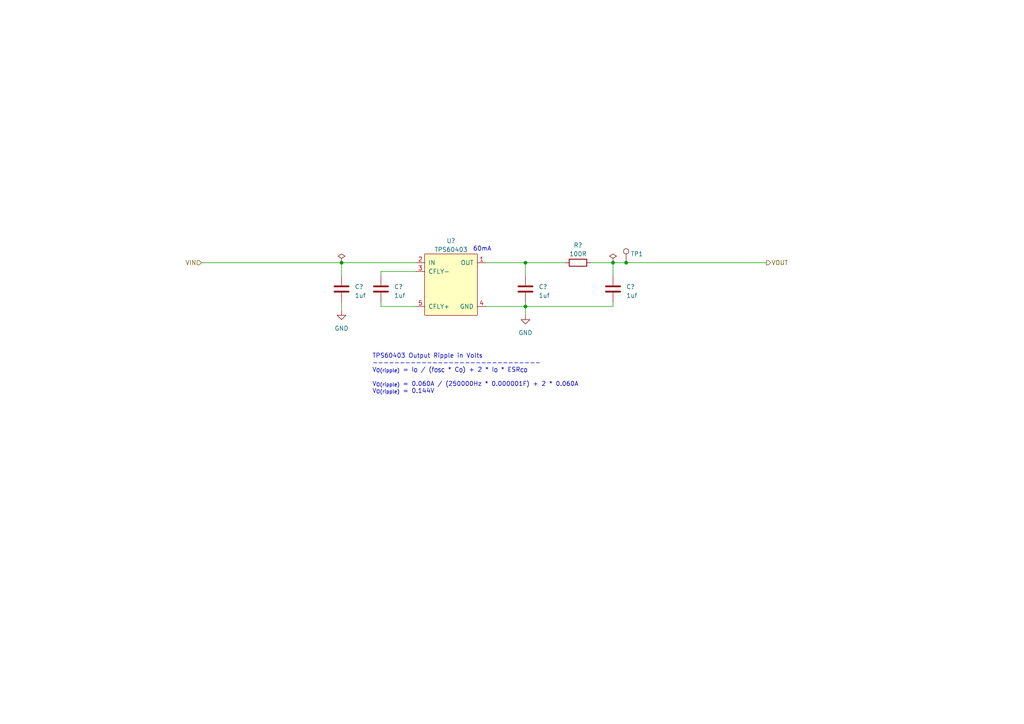
<source format=kicad_sch>
(kicad_sch (version 20230121) (generator eeschema)
  (paper "A4")
  (lib_symbols
    (symbol "Connector:TestPoint" (pin_numbers hide) (pin_names (offset 0.762) hide)
      (property "Reference" "TP" (at 0 6.858 0))
      (property "Value" "TestPoint" (at 0 5.08 0))
      (symbol "TestPoint_0_1"
        (circle (center 0 3.302) (radius 0.762))
      )
      (symbol "TestPoint_1_1"
        (pin passive line (at 0 0 90) (length 2.54) (name "1") (number "1"))
      )
    )
    (symbol "Device:C" (pin_numbers hide) (pin_names (offset 0.254))
      (property "Reference" "C" (at 0.635 2.54 0))
      (property "Value" "C" (at 0.635 -2.54 0))
      (symbol "C_0_1"
        (polyline (pts (xy -2.032 -0.762) (xy 2.032 -0.762)) (stroke (width 0.508)))
        (polyline (pts (xy -2.032 0.762) (xy 2.032 0.762)) (stroke (width 0.508)))
      )
      (symbol "C_1_1"
        (pin passive line (at 0 3.81 270) (length 2.794) (name "~") (number "1"))
        (pin passive line (at 0 -3.81 90) (length 2.794) (name "~") (number "2"))
      )
    )
    (symbol "Device:R" (pin_numbers hide) (pin_names (offset 0))
      (property "Reference" "R" (at 2.032 0 90))
      (property "Value" "R" (at 0 0 90))
      (symbol "R_0_1"
        (rectangle (start -1.016 -2.54) (end 1.016 2.54) (stroke (width 0.254)))
      )
      (symbol "R_1_1"
        (pin passive line (at 0 3.81 270) (length 1.27) (name "~") (number "1"))
        (pin passive line (at 0 -3.81 90) (length 1.27) (name "~") (number "2"))
      )
    )
    (symbol "TPS6040x:TPS60400" (pin_names (offset 1.016))
      (property "Reference" "U" (at 0 12.7 0))
      (property "Value" "TPS60400" (at 0 10.16 0))
      (property "Footprint" "Package_TO_SOT_SMD:SOT-23-5_HandSoldering" (at 1.27 15.24 0))
      (symbol "TPS60400_0_1"
        (rectangle (start -7.62 8.89) (end 7.62 -8.89) (fill (type background)))
      )
      (symbol "TPS60400_1_1"
        (pin power_out line (at 10.16 6.35 180) (length 2.54) (name "OUT") (number "1"))
        (pin power_in line (at -10.16 6.35 0) (length 2.54) (name "IN") (number "2"))
        (pin passive line (at -10.16 3.81 0) (length 2.54) (name "CFLY-") (number "3"))
        (pin passive line (at 10.16 -6.35 180) (length 2.54) (name "GND") (number "4"))
        (pin passive line (at -10.16 -6.35 0) (length 2.54) (name "CFLY+") (number "5"))
      )
    )
    (symbol "power:GND" (power) (pin_names (offset 0))
      (property "Value" "GND" (at 0 -3.81 0))
      (symbol "GND_0_1"
        (polyline (pts (xy 0 0) (xy 0 -1.27) (xy 1.27 -1.27) (xy 0 -2.54) (xy -1.27 -1.27) (xy 0 -1.27)))
      )
      (symbol "GND_1_1"
        (pin power_in line (at 0 0 270) (length 0) hide (name "GND") (number "1"))
      )
    )
    (symbol "power:PWR_FLAG" (power) (pin_numbers hide) (pin_names (offset 0) hide)
      (property "Value" "PWR_FLAG" (at 0 3.81 0))
      (symbol "PWR_FLAG_0_0"
        (pin power_out line (at 0 0 90) (length 0) (name "pwr") (number "1"))
      )
      (symbol "PWR_FLAG_0_1"
        (polyline (pts (xy 0 0) (xy 0 1.27) (xy -1.016 1.905) (xy 0 2.54) (xy 1.016 1.905) (xy 0 1.27)))
      )
    )
  )
  (junction (at 181.61 76.2))
  (junction (at 152.4 76.2))
  (junction (at 177.8 76.2))
  (junction (at 99.06 76.2))
  (junction (at 152.4 88.9))
  (wire (pts (xy 99.06 87.63) (xy 99.06 90.17)))
  (wire (pts (xy 58.42 76.2) (xy 99.06 76.2)))
  (wire (pts (xy 152.4 76.2) (xy 163.83 76.2)))
  (wire (pts (xy 140.97 76.2) (xy 152.4 76.2)))
  (wire (pts (xy 152.4 87.63) (xy 152.4 88.9)))
  (wire (pts (xy 177.8 88.9) (xy 152.4 88.9)))
  (wire (pts (xy 120.65 78.74) (xy 110.49 78.74)))
  (wire (pts (xy 181.61 76.2) (xy 177.8 76.2)))
  (wire (pts (xy 140.97 88.9) (xy 152.4 88.9)))
  (wire (pts (xy 171.45 76.2) (xy 177.8 76.2)))
  (wire (pts (xy 177.8 87.63) (xy 177.8 88.9)))
  (wire (pts (xy 177.8 76.2) (xy 177.8 80.01)))
  (wire (pts (xy 181.61 76.2) (xy 222.25 76.2)))
  (wire (pts (xy 152.4 88.9) (xy 152.4 91.44)))
  (wire (pts (xy 120.65 88.9) (xy 110.49 88.9)))
  (wire (pts (xy 110.49 78.74) (xy 110.49 80.01)))
  (wire (pts (xy 99.06 76.2) (xy 120.65 76.2)))
  (wire (pts (xy 152.4 80.01) (xy 152.4 76.2)))
  (wire (pts (xy 99.06 80.01) (xy 99.06 76.2)))
  (wire (pts (xy 110.49 88.9) (xy 110.49 87.63)))
  (text "60mA" (at 137.16 73.025 0) (effects (font (size 1.27 1.27)) (justify left bottom)))
  (text "TPS60403 Output Ripple in Volts\n-------------------------------\nV_{O(ripple)} = I_{O} / (f_{OSC} * C_{O}) + 2 * I_{O} * ESR_{CO}\n\nV_{O(ripple)} = 0.060A / (250000Hz * 0.000001F) + 2 * 0.060A\nV_{O(ripple)} = 0.144V " (at 107.95 114.3 0) (effects (font (size 1.27 1.27)) (justify left bottom)))
  (hierarchical_label "VIN" (shape input) (at 58.42 76.2 180))
  (hierarchical_label "VOUT" (shape output) (at 222.25 76.2 0))
  (symbol (lib_id "power:GND") (at 152.4 91.44 0) (unit 1)
    (property "Reference" "#PWR?" (effects hide))
    (property "Value" "GND" (at 152.4 96.52 0))
    (instances (project "adsr_vca_fx" (path "" (reference "#PWR?") (unit 1)) (path "" (reference "#PWR066") (unit 1))))
  )
  (symbol (lib_id "TPS6040x:TPS60400") (at 130.81 82.55 0) (unit 1)
    (property "Reference" "U?" (at 130.81 69.85 0))
    (property "Value" "TPS60403" (at 130.81 72.39 0))
    (property "Footprint" "Package_TO_SOT_SMD:SOT-23-5_HandSoldering" (effects hide))
    (property "Datasheet" "${KIPRJMOD}/../../docs/datasheet/tps60402_chargepump.pdf" (effects hide))
    (instances (project "adsr_vca_fx" (path "" (reference "U?") (unit 1)) (path "" (reference "U9") (unit 1))))
  )
  (symbol (lib_id "power:GND") (at 99.06 90.17 0) (unit 1)
    (property "Reference" "#PWR?" (effects hide))
    (property "Value" "GND" (at 99.06 95.25 0))
    (instances (project "adsr_vca_fx" (path "" (reference "#PWR?") (unit 1)) (path "" (reference "#PWR065") (unit 1))))
  )
  (symbol (lib_id "Device:C") (at 99.06 83.82 0) (unit 1)
    (property "Reference" "C?" (at 102.87 83.185 0) (effects (justify left)))
    (property "Value" "1uf" (at 102.87 85.725 0) (effects (justify left)))
    (property "Footprint" "Capacitor_SMD:C_0805_2012Metric_Pad1.18x1.45mm_HandSolder" (effects hide))
    (instances (project "adsr_vca_fx" (path "" (reference "C?") (unit 1)) (path "" (reference "C23") (unit 1))))
  )
  (symbol (lib_id "power:PWR_FLAG") (at 177.8 76.2 0) (unit 1)
    (property "Reference" "#FLG?" (effects hide))
    (property "Value" "PWR_FLAG" (effects hide))
    (instances (project "adsr_vca_fx" (path "" (reference "#FLG?") (unit 1)) (path "" (reference "#FLG02") (unit 1))))
  )
  (symbol (lib_id "Connector:TestPoint") (at 181.61 76.2 0) (unit 1)
    (property "Reference" "TP1" (at 182.88 73.66 0) (effects (justify left)))
    (property "Value" "TestPoint" (effects hide))
    (property "Footprint" "TestPoint:TestPoint_Pad_1.0x1.0mm" (effects hide))
    (instances (project "adsr_vca_fx" (path "" (reference "TP1") (unit 1)) (path "" (reference "TP?") (unit 1)) (path "" (reference "TP11") (unit 1))))
  )
  (symbol (lib_id "Device:C") (at 152.4 83.82 0) (unit 1)
    (property "Reference" "C?" (at 156.21 83.185 0) (effects (justify left)))
    (property "Value" "1uf" (at 156.21 85.725 0) (effects (justify left)))
    (property "Footprint" "Capacitor_SMD:C_0805_2012Metric_Pad1.18x1.45mm_HandSolder" (effects hide))
    (instances (project "adsr_vca_fx" (path "" (reference "C?") (unit 1)) (path "" (reference "C25") (unit 1))))
  )
  (symbol (lib_id "Device:R") (at 167.64 76.2 90) (unit 1)
    (property "Reference" "R?" (at 167.64 71.12 90))
    (property "Value" "100R" (at 167.64 73.66 90))
    (property "Footprint" "Resistor_SMD:R_0805_2012Metric_Pad1.20x1.40mm_HandSolder" (effects hide))
    (instances (project "adsr_vca_fx" (path "" (reference "R?") (unit 1)) (path "" (reference "R27") (unit 1))))
  )
  (symbol (lib_id "power:PWR_FLAG") (at 99.06 76.2 0) (unit 1)
    (property "Reference" "#FLG08" (effects hide))
    (property "Value" "PWR_FLAG" (effects hide))
    (instances (project "adsr_vca_fx" (path "" (reference "#FLG08") (unit 1)) (path "" (reference "#FLG06") (unit 1))))
  )
  (symbol (lib_id "Device:C") (at 177.8 83.82 0) (unit 1)
    (property "Reference" "C?" (at 181.61 83.185 0) (effects (justify left)))
    (property "Value" "1uf" (at 181.61 85.725 0) (effects (justify left)))
    (property "Footprint" "Capacitor_SMD:C_0805_2012Metric_Pad1.18x1.45mm_HandSolder" (effects hide))
    (instances (project "adsr_vca_fx" (path "" (reference "C?") (unit 1)) (path "" (reference "C26") (unit 1))))
  )
  (symbol (lib_id "Device:C") (at 110.49 83.82 0) (unit 1)
    (property "Reference" "C?" (at 114.3 83.185 0) (effects (justify left)))
    (property "Value" "1uf" (at 114.3 85.725 0) (effects (justify left)))
    (property "Footprint" "Capacitor_SMD:C_0805_2012Metric_Pad1.18x1.45mm_HandSolder" (effects hide))
    (instances (project "adsr_vca_fx" (path "" (reference "C?") (unit 1)) (path "" (reference "C24") (unit 1))))
  )
)
</source>
